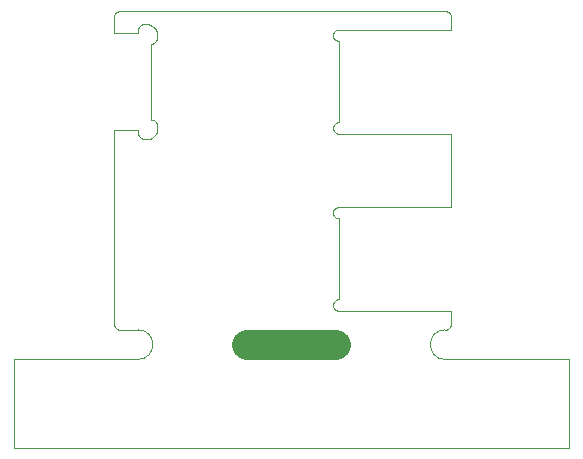
<source format=gko>
%TF.GenerationSoftware,Altium Limited,Altium Designer,23.5.1 (21)*%
G04 Layer_Color=16711935*
%FSLAX45Y45*%
%MOMM*%
%TF.SameCoordinates,8EFB5E64-3944-4511-97F7-C7C57B94F044*%
%TF.FilePolarity,Positive*%
%TF.FileFunction,Other,Route_Tool_Path*%
%TF.Part,CustomerPanel*%
G01*
G75*
%TA.AperFunction,NonConductor*%
%ADD75C,0.02540*%
%ADD76C,2.50000*%
D75*
X3650000Y999999D02*
G03*
X3650000Y749999I0J-125000D01*
G01*
X1050000Y749997D02*
G03*
X1050000Y999997I0J125000D01*
G01*
X3650002Y999997D02*
X3659945D01*
X3650000Y750000D02*
X3700000D01*
X4700000Y1D02*
Y750000D01*
X3700000D02*
X4700000D01*
X3699999Y749999D02*
X3700000Y750000D01*
X890054Y999997D02*
X1050000D01*
X3678322Y3692385D02*
X3692388Y3678320D01*
X3700000Y3659942D01*
Y3649997D02*
Y3659942D01*
Y3542497D02*
Y3649997D01*
X2742554Y3542497D02*
X3700000D01*
X2724177Y3534885D02*
X2742554Y3542497D01*
X2710112Y3520820D02*
X2724177Y3534885D01*
X2702500Y3502443D02*
X2710112Y3520820D01*
X2702500Y3482552D02*
Y3502443D01*
Y3482552D02*
X2710112Y3464174D01*
X2724177Y3450109D01*
X2742554Y3442497D01*
X2752500D01*
Y2757497D02*
Y3442497D01*
X2742554Y2757497D02*
X2752500D01*
X2724177Y2749885D02*
X2742554Y2757497D01*
X2710112Y2735820D02*
X2724177Y2749885D01*
X2702500Y2717442D02*
X2710112Y2735820D01*
X2702500Y2697551D02*
Y2717442D01*
Y2697551D02*
X2710112Y2679174D01*
X2724177Y2665109D01*
X2742554Y2657497D01*
X3700000D01*
Y2042497D02*
Y2657497D01*
X2742554Y2042497D02*
X3700000D01*
X2724177Y2034885D02*
X2742554Y2042497D01*
X2710112Y2020820D02*
X2724177Y2034885D01*
X2702500Y2002443D02*
X2710112Y2020820D01*
X2702500Y1982552D02*
Y2002443D01*
Y1982552D02*
X2710112Y1964174D01*
X2724177Y1950109D01*
X2742554Y1942497D01*
X2752500D01*
Y1257497D02*
Y1942497D01*
X2742554Y1257497D02*
X2752500D01*
X2724177Y1249885D02*
X2742554Y1257497D01*
X2710112Y1235819D02*
X2724177Y1249885D01*
X2702500Y1217442D02*
X2710112Y1235819D01*
X2702500Y1197551D02*
Y1217442D01*
Y1197551D02*
X2710112Y1179174D01*
X2724177Y1165109D01*
X2742554Y1157497D01*
X3700000D01*
Y1049997D02*
Y1157497D01*
Y1040051D02*
Y1049997D01*
X3692388Y1021674D02*
X3700000Y1040051D01*
X3678322Y1007609D02*
X3692388Y1021674D01*
X3659945Y999997D02*
X3678322Y1007609D01*
X871677D02*
X890054Y999997D01*
X857612Y1021674D02*
X871677Y1007609D01*
X850000Y1040051D02*
X857612Y1021674D01*
X850000Y1040051D02*
Y1049997D01*
Y2687497D01*
X1050000D01*
Y2664997D02*
Y2687497D01*
Y2664997D02*
X1050000D01*
Y2655052D02*
Y2664997D01*
Y2655052D02*
X1057612Y2636674D01*
X1071677Y2622609D01*
X1090054Y2614998D01*
X1100000D01*
X1125000Y2614997D01*
Y2614997D01*
X1133371D01*
X1149793Y2618264D01*
X1165262Y2624671D01*
X1179184Y2633973D01*
X1191023Y2645813D01*
X1200326Y2659735D01*
X1206733Y2675203D01*
X1210000Y2691625D01*
Y2699997D01*
X1210000Y2729997D01*
X1210000D02*
X1210000D01*
X1210000D02*
Y2739942D01*
X1202387Y2758320D02*
X1210000Y2739942D01*
X1188322Y2772385D02*
X1202387Y2758320D01*
X1169945Y2779997D02*
X1188322Y2772385D01*
X1160000Y2779997D02*
X1169945D01*
X1160000D02*
Y3419997D01*
Y3419997D01*
X1169945D01*
X1188322Y3427609D01*
X1202387Y3441674D01*
X1210000Y3460051D01*
Y3469997D01*
X1210000Y3499997D01*
X1210000D02*
X1210000D01*
X1210000D02*
Y3508369D01*
X1206733Y3524791D02*
X1210000Y3508369D01*
X1200326Y3540260D02*
X1206733Y3524791D01*
X1191023Y3554181D02*
X1200326Y3540260D01*
X1179184Y3566021D02*
X1191023Y3554181D01*
X1165262Y3575323D02*
X1179184Y3566021D01*
X1149793Y3581730D02*
X1165262Y3575323D01*
X1133371Y3584997D02*
X1149793Y3581730D01*
X1125000Y3584997D02*
X1133371Y3584997D01*
X1100000D02*
X1125000Y3584997D01*
X1100000D02*
Y3584997D01*
X1090054Y3584997D02*
X1100000D01*
X1071677Y3577385D02*
X1090054Y3584997D01*
X1057612Y3563320D02*
X1071677Y3577385D01*
X1050000Y3544942D02*
X1057612Y3563320D01*
X1050000Y3534997D02*
Y3544942D01*
X1050000Y3512497D02*
X1050000Y3534997D01*
X850000Y3512497D02*
X1050000D01*
X850000D02*
Y3649997D01*
Y3659942D01*
X857612Y3678320D01*
X871677Y3692385D01*
X890054Y3699997D01*
X3659945D01*
X3678322Y3692385D01*
X0Y-3D02*
X4700000Y-2D01*
X0Y0D02*
Y749997D01*
X999999D01*
X1000000Y749997D01*
X1050000D01*
D76*
X1975000Y874997D02*
X2725000Y874997D01*
%TF.MD5,95f923ec30745df60b1c689c33fad47b*%
M02*

</source>
